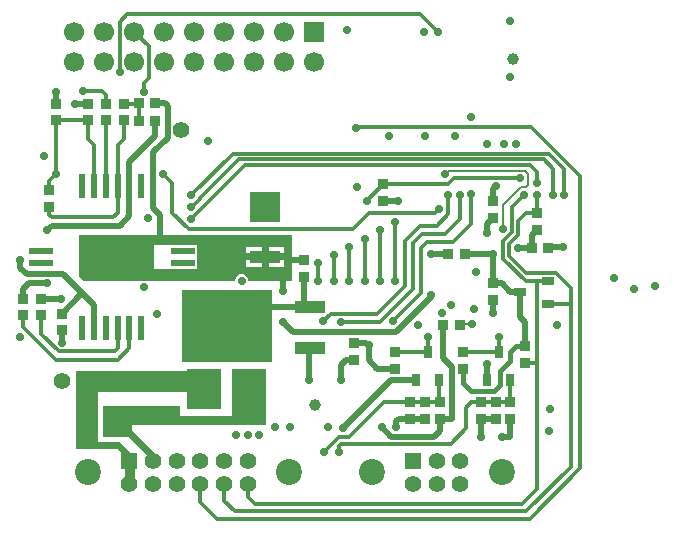
<source format=gbl>
G04 Layer_Physical_Order=4*
G04 Layer_Color=16711680*
%FSLAX44Y44*%
%MOMM*%
G71*
G01*
G75*
%ADD10R,0.7000X1.0000*%
%ADD21R,1.4000X1.6500*%
%ADD24R,0.8500X0.8500*%
%ADD30R,0.6000X2.0000*%
%ADD32R,0.8500X0.8500*%
%ADD33C,1.0000*%
%ADD34C,0.3000*%
%ADD35C,0.2000*%
%ADD36C,0.5000*%
%ADD37C,0.4000*%
%ADD38R,1.4000X1.4000*%
%ADD39C,1.4000*%
%ADD40C,2.2000*%
%ADD41C,1.7000*%
%ADD42R,1.7000X1.7000*%
%ADD43C,0.7000*%
%ADD47R,1.0000X0.7000*%
%ADD48R,2.0000X0.6000*%
%ADD49R,7.7000X6.1000*%
%ADD50R,2.9000X3.5000*%
%ADD51R,2.6000X1.1000*%
%ADD52R,2.6000X1.8000*%
G36*
X182500Y-62500D02*
X145608D01*
X145608Y-62500D01*
X145181Y-60354D01*
X143965Y-58535D01*
X142146Y-57319D01*
X140000Y-56892D01*
X137854Y-57319D01*
X136035Y-58535D01*
X134819Y-60354D01*
X134392Y-62500D01*
X134392Y-62500D01*
X58042D01*
X57500Y-62392D01*
X56958Y-62500D01*
X6500D01*
X2500Y-58500D01*
X2500Y-24000D01*
X182500D01*
X182500Y-62500D01*
D02*
G37*
G36*
X95000Y-157000D02*
X18000Y-157000D01*
X18000Y-199000D01*
X37000Y-199000D01*
X50000Y-212000D01*
X50000Y-235000D01*
X41000D01*
X41000Y-211000D01*
X35000Y-205000D01*
X31000D01*
X0Y-205000D01*
X-0Y-139000D01*
X95000Y-139000D01*
X95000Y-157000D01*
D02*
G37*
G36*
X88000Y-169000D02*
X88000Y-177000D01*
X125000Y-177000D01*
X132000D01*
Y-170000D01*
X161000D01*
X161000Y-185000D01*
X47000Y-185000D01*
X47000Y-189000D01*
X67500Y-209500D01*
X67500Y-215000D01*
X60000Y-215000D01*
X60000Y-210000D01*
X45000Y-195000D01*
X23000D01*
X23000Y-169000D01*
X88000Y-169000D01*
D02*
G37*
%LPC*%
G36*
X78000Y-32250D02*
X66000D01*
X66000Y-52750D01*
X78000Y-52750D01*
Y-52500D01*
X102000D01*
Y-42500D01*
Y-32500D01*
X78000D01*
Y-32250D01*
D02*
G37*
G36*
X157000Y-34000D02*
X144000D01*
Y-39500D01*
X157000D01*
Y-34000D01*
D02*
G37*
G36*
X176000D02*
X163000D01*
Y-39500D01*
X176000D01*
Y-34000D01*
D02*
G37*
G36*
X157000Y-45500D02*
X144000D01*
Y-51000D01*
X157000D01*
Y-45500D01*
D02*
G37*
G36*
X176000D02*
X163000D01*
Y-51000D01*
X176000D01*
Y-45500D01*
D02*
G37*
%LPD*%
D10*
X357500Y-123000D02*
D03*
X348000Y-147000D02*
D03*
X367000D02*
D03*
X307000D02*
D03*
X288000D02*
D03*
X297500Y-123000D02*
D03*
D21*
X31000Y-148000D02*
D03*
Y-178000D02*
D03*
D24*
X324500Y-100000D02*
D03*
X310500D02*
D03*
X53000Y87500D02*
D03*
X67000D02*
D03*
X67000Y72500D02*
D03*
X53000D02*
D03*
X385500Y-35000D02*
D03*
X399500D02*
D03*
X329000Y-40000D02*
D03*
X315000D02*
D03*
D30*
X5000Y17500D02*
D03*
X55000D02*
D03*
X45000D02*
D03*
X35000D02*
D03*
X25000D02*
D03*
X15000D02*
D03*
X5000Y-102500D02*
D03*
X15000D02*
D03*
X25000D02*
D03*
X35000D02*
D03*
X45000D02*
D03*
X55000D02*
D03*
D32*
X260000Y5000D02*
D03*
Y19000D02*
D03*
X327500Y-123000D02*
D03*
Y-137000D02*
D03*
X-23000Y14000D02*
D03*
Y0D02*
D03*
X-12500Y-90500D02*
D03*
Y-104500D02*
D03*
X235000Y-115500D02*
D03*
Y-129500D02*
D03*
X342500Y-179500D02*
D03*
Y-165500D02*
D03*
X282500Y-179500D02*
D03*
Y-165500D02*
D03*
X10000Y73000D02*
D03*
Y87000D02*
D03*
X25000Y73000D02*
D03*
Y87000D02*
D03*
X-30000Y-78000D02*
D03*
Y-92000D02*
D03*
X-45000Y-78000D02*
D03*
Y-92000D02*
D03*
X367500Y-165500D02*
D03*
Y-179500D02*
D03*
X355000Y-165500D02*
D03*
Y-179500D02*
D03*
X307500Y-165500D02*
D03*
Y-179500D02*
D03*
X295000Y-165500D02*
D03*
Y-179500D02*
D03*
X-17500Y87000D02*
D03*
Y73000D02*
D03*
X40000Y73000D02*
D03*
Y87000D02*
D03*
X270000Y-123000D02*
D03*
Y-137000D02*
D03*
X192501Y-59499D02*
D03*
Y-45499D02*
D03*
X380000Y-132000D02*
D03*
Y-118000D02*
D03*
X352500Y-9500D02*
D03*
Y4500D02*
D03*
X390000Y-5500D02*
D03*
Y-19500D02*
D03*
X353000Y-65000D02*
D03*
Y-79000D02*
D03*
D33*
X370000Y125000D02*
D03*
X202500Y-167500D02*
D03*
D34*
X222500Y-202500D02*
X224386Y-200614D01*
X390000Y-239000D02*
Y-63000D01*
X377000Y-252000D02*
X390000Y-239000D01*
X380000Y-132000D02*
X390000D01*
Y-63000D02*
X399500D01*
X380500D02*
X390000D01*
X142500Y35000D02*
X384000D01*
X137500Y40000D02*
X396000D01*
X132700Y45000D02*
X400000D01*
X97500Y-10000D02*
X142500Y35000D01*
X384000D02*
X390000Y29000D01*
X104500Y7000D02*
X137500Y40000D01*
X396000D02*
X404000Y32000D01*
X97500Y9800D02*
X132700Y45000D01*
X400000D02*
X413000Y32000D01*
X260500Y-165500D02*
X282500D01*
X231000Y-195000D02*
X260500Y-165500D01*
X222500Y-195000D02*
X231000D01*
X-17000Y-130000D02*
X35000D01*
X-45000Y-102000D02*
X-17000Y-130000D01*
X-45000Y-102000D02*
Y-92000D01*
X35000Y-130000D02*
X45000Y-120000D01*
X316886Y-200614D02*
X330000Y-187500D01*
X224386Y-200614D02*
X316886D01*
X292000Y-35000D02*
X297000Y-30000D01*
X292000Y-72999D02*
Y-35000D01*
X267999Y-97000D02*
X292000Y-72999D01*
X319000Y-30000D02*
X334444Y-14556D01*
X297000Y-30000D02*
X319000D01*
X312000Y-23000D02*
X325000Y-10000D01*
X293000Y-23000D02*
X312000D01*
X285000Y-31000D02*
X293000Y-23000D01*
X285000Y-70000D02*
Y-31000D01*
X315000Y-6000D02*
Y10000D01*
X305000Y-16000D02*
X315000Y-6000D01*
X291000Y-16000D02*
X305000D01*
X278000Y-29000D02*
X291000Y-16000D01*
X278000Y-67000D02*
Y-29000D01*
X257000Y-98000D02*
X285000Y-70000D01*
X254249Y-90751D02*
X278000Y-67000D01*
X325000Y-10000D02*
Y10000D01*
X334444Y-14556D02*
Y10500D01*
X215248Y-90751D02*
X254249D01*
X209000Y-97000D02*
X215248Y-90751D01*
X224000Y-98000D02*
X257000D01*
X267999Y-97000D02*
X268033D01*
X6000Y98000D02*
X22000D01*
X25000Y95000D01*
X104500Y6901D02*
Y7000D01*
X97599Y-0D02*
X104500Y6901D01*
X97500Y-0D02*
X97599D01*
X246000Y5000D02*
X260000Y19000D01*
X246000Y5000D02*
Y5000D01*
X205000Y-62999D02*
Y-50000D01*
X205000Y-63000D02*
X205000Y-62999D01*
X205000Y-63000D02*
X205000Y-63000D01*
X270000D02*
Y-13000D01*
X257000Y-63000D02*
Y-20000D01*
X244000Y-63000D02*
Y-27000D01*
X231000Y-63000D02*
Y-35000D01*
X218000Y-63000D02*
Y-41000D01*
X419000Y-220000D02*
Y-69000D01*
X402000Y-82000D02*
X418000D01*
X399500D02*
X402000D01*
X418000D02*
X418000Y-82000D01*
X409000Y-59000D02*
X419000Y-69000D01*
X406000Y-56000D02*
X409000Y-59000D01*
X381000Y-258000D02*
X419000Y-220000D01*
X384000Y-264000D02*
X426500Y-221500D01*
X119000Y-264000D02*
X384000D01*
X134000Y-258000D02*
X381000D01*
X151000Y-252000D02*
X377000D01*
X145000Y-246000D02*
X151000Y-252000D01*
X125000Y-249000D02*
X134000Y-258000D01*
X105000Y-250000D02*
X119000Y-264000D01*
X380500Y-5500D02*
X390000D01*
X374000Y-12000D02*
X380500Y-5500D01*
X374000Y-23763D02*
Y-12000D01*
X366500Y-31263D02*
X374000Y-23763D01*
X366500Y-41929D02*
Y-31263D01*
Y-41929D02*
X380571Y-56000D01*
X406000D01*
X426500Y-221500D02*
Y26000D01*
X314660Y19000D02*
X320160Y24500D01*
X375500D01*
X376000Y24000D01*
X237500Y67500D02*
X385000D01*
X334371Y10500D02*
X334444D01*
X260000Y19000D02*
X314660D01*
X390000Y20000D02*
Y29000D01*
X413000Y10000D02*
Y32000D01*
X404000Y10000D02*
Y32000D01*
X390000Y-5500D02*
Y10000D01*
X369500Y500D02*
X379000Y10000D01*
X378500D02*
X379000D01*
X49200Y148300D02*
X61700Y135800D01*
X357500Y-123000D02*
Y-110000D01*
X357500Y-110000D01*
X40000Y57500D02*
Y73000D01*
X35000Y52500D02*
X40000Y57500D01*
X369000Y-21692D02*
Y0D01*
X343500Y-165500D02*
X368500D01*
X95000Y-19000D02*
X234000D01*
X81000Y-5000D02*
X95000Y-19000D01*
X81000Y-5000D02*
Y20000D01*
X73500Y27500D02*
X81000Y20000D01*
X43000Y163000D02*
X291000D01*
X36700Y156700D02*
X43000Y163000D01*
X36700Y114000D02*
Y156700D01*
X291000Y163000D02*
X306000Y148000D01*
X35000Y-5000D02*
Y17500D01*
X31000Y-9000D02*
X35000Y-5000D01*
X-21000Y-9000D02*
X31000D01*
X-23000Y-7000D02*
X-21000Y-9000D01*
X-23000Y-7000D02*
Y0D01*
Y22000D02*
X-17500Y27500D01*
X-23000Y14000D02*
Y22000D01*
X35000Y17500D02*
Y52500D01*
X25000Y87000D02*
Y95000D01*
X53000Y72500D02*
Y87500D01*
X40000Y87000D02*
X52500D01*
X25000Y17500D02*
Y73000D01*
X10000Y57500D02*
Y73000D01*
Y57500D02*
X15000Y52500D01*
Y17500D02*
Y52500D01*
X-5000Y73000D02*
X10000D01*
X45000Y-120000D02*
Y-102500D01*
X-30000Y-107500D02*
Y-92000D01*
Y-107500D02*
X-15000Y-122500D01*
X35000Y-120000D02*
Y-102500D01*
X32500Y-122500D02*
X35000Y-120000D01*
X-15000Y-122500D02*
X32500D01*
X327500Y-123000D02*
X357500D01*
X270000D02*
X297500D01*
X367000Y-165000D02*
Y-147000D01*
X307500Y-165500D02*
X308500D01*
X283500D02*
X307500D01*
X307500Y-165500D01*
X307000Y-165000D02*
X307500Y-165500D01*
X307000Y-165000D02*
Y-147000D01*
X105000Y-250000D02*
Y-235000D01*
X125000Y-249000D02*
Y-235000D01*
X145000Y-246000D02*
Y-235000D01*
X297500Y-123000D02*
Y-110000D01*
X385000Y67500D02*
X426500Y26000D01*
X361500Y-29192D02*
X369000Y-21692D01*
X361500Y-44000D02*
X380500Y-63000D01*
X361500Y-44000D02*
Y-29192D01*
X210000Y-207500D02*
X222500Y-195000D01*
X334500Y-165500D02*
X342500D01*
X330000Y-170000D02*
X334500Y-165500D01*
X330000Y-187500D02*
Y-170000D01*
X222500Y-207500D02*
Y-202500D01*
X-17500Y27500D02*
Y73000D01*
X61700Y109200D02*
Y135800D01*
X57500Y105000D02*
X61700Y109200D01*
X57500Y97500D02*
Y105000D01*
X-5000Y73000D02*
X-5000Y73000D01*
X-17500Y73000D02*
X-5000D01*
X234000Y-19000D02*
X248000Y-5000D01*
X303999D01*
X306999Y-2000D01*
D35*
X312500Y27500D02*
X315500Y30500D01*
X379500D01*
X361000Y1192D02*
X376308Y16500D01*
X361000Y-19000D02*
Y1192D01*
X379500Y30500D02*
X382500Y27500D01*
X325500Y-99000D02*
X334999D01*
X324500Y-100000D02*
X325500Y-99000D01*
X382500Y18500D02*
Y27500D01*
X380500Y16500D02*
X382500Y18500D01*
X376308Y16500D02*
X380500D01*
D36*
X75500Y87500D02*
X77500Y85500D01*
Y58500D02*
Y85500D01*
X65000Y46000D02*
X77500Y58500D01*
X380000Y-118000D02*
Y-97500D01*
X375500Y-93000D02*
X380000Y-97500D01*
X225919Y-187114D02*
X266033Y-147000D01*
X270313Y-106000D02*
X300999Y-75314D01*
X300000Y-75000D02*
X300686D01*
X300999Y-75314D01*
X179000Y-45000D02*
X179499Y-45499D01*
X192501D01*
X4000Y-72000D02*
X15000Y-83000D01*
X-11000Y-57000D02*
X4000Y-72000D01*
Y-74000D02*
Y-72000D01*
X-12500Y-90500D02*
X4000Y-74000D01*
X15000Y-102500D02*
Y-83000D01*
X-42000Y-57000D02*
X-11000D01*
X266033Y-147000D02*
X288000D01*
X-47500Y-51500D02*
X-42000Y-57000D01*
X-47500Y-51500D02*
Y-45000D01*
X302886Y-194614D02*
X307500Y-190000D01*
X258419Y-186614D02*
X266419Y-194614D01*
X302886D01*
X175000Y-97500D02*
X183500Y-106000D01*
X270313D01*
X374000Y-35000D02*
X385500D01*
X353000Y-65000D02*
X360000D01*
X367500Y-72500D01*
X353000Y-90000D02*
Y-79000D01*
X329000Y-40000D02*
X353000D01*
Y-65000D02*
Y-40000D01*
X300000D02*
X315000D01*
X352500Y15000D02*
X355000Y17500D01*
X400500Y-34000D02*
X411999D01*
X399500Y-35000D02*
X400500Y-34000D01*
X260000Y5000D02*
X272500D01*
X45000Y38000D02*
X67000Y60000D01*
X45000Y17500D02*
Y38000D01*
X67000Y60000D02*
Y72500D01*
X367500Y-195000D02*
Y-179500D01*
X360000Y-195000D02*
X367500D01*
X67000Y87500D02*
X75500D01*
X71000Y-27000D02*
Y-7000D01*
X65000Y-1000D02*
X71000Y-7000D01*
X65000Y-1000D02*
Y46000D01*
X143250Y-85000D02*
X197500D01*
X192501Y-84499D02*
Y-59499D01*
X175000Y-71500D02*
Y-60000D01*
X-25000Y-20000D02*
X-21000Y-16000D01*
X37000D01*
X45000Y-8000D01*
Y17500D01*
X-1000Y87000D02*
X10000D01*
X-12500Y-115000D02*
Y-107000D01*
X-40000Y-65000D02*
X-25000D01*
X-45000Y-70000D02*
X-40000Y-65000D01*
X-45000Y-78000D02*
Y-70000D01*
X367500Y-72500D02*
X375500D01*
X270919Y-186614D02*
Y-181581D01*
X273000Y-179500D01*
X348000Y-147000D02*
Y-133000D01*
X307500Y-190000D02*
Y-179500D01*
X247500Y-130000D02*
Y-117500D01*
Y-130000D02*
X254500Y-137000D01*
X270000D01*
X375500Y-93000D02*
Y-72500D01*
X283500Y-179500D02*
X296000D01*
X273000Y-179500D02*
X282500D01*
X318000Y-179500D02*
Y-135500D01*
X310500Y-128000D02*
X318000Y-135500D01*
X127500Y-100750D02*
X143250Y-85000D01*
X343500Y-179500D02*
X356000D01*
X342500Y-195000D02*
Y-179500D01*
X307500Y-179500D02*
X318000D01*
X310500Y-128000D02*
Y-100000D01*
X347499Y-22501D02*
Y-14501D01*
X352500Y-9500D01*
X245500Y-115500D02*
X247500Y-117500D01*
X235000Y-115500D02*
X245500D01*
X-17500Y87000D02*
Y95000D01*
X352500Y4500D02*
Y15000D01*
X385500Y-35000D02*
Y-24000D01*
X390000Y-19500D01*
X343500Y-179500D02*
X343500Y-179500D01*
X228000Y-129500D02*
X235000D01*
X223838Y-133662D02*
X228000Y-129500D01*
X223838Y-147000D02*
Y-133662D01*
X-30000Y-78000D02*
X-13000D01*
X197000Y-147000D02*
Y-120500D01*
D37*
X372500Y-118000D02*
X380000D01*
X367500Y-123000D02*
X372500Y-118000D01*
X367500Y-130500D02*
Y-123000D01*
X359000Y-139000D02*
X367500Y-130500D01*
X359000Y-151000D02*
Y-139000D01*
X334000Y-156000D02*
X354000D01*
X359000Y-151000D01*
X327500Y-149500D02*
X334000Y-156000D01*
X327500Y-149500D02*
Y-137000D01*
D38*
X45000Y-215000D02*
D03*
X285000D02*
D03*
D39*
X125000Y-235000D02*
D03*
X145000Y-215000D02*
D03*
Y-235000D02*
D03*
X45000D02*
D03*
X65000Y-215000D02*
D03*
Y-235000D02*
D03*
X85000Y-215000D02*
D03*
Y-235000D02*
D03*
X105000Y-215000D02*
D03*
Y-235000D02*
D03*
X125000Y-215000D02*
D03*
X285000Y-235000D02*
D03*
X305000Y-215000D02*
D03*
Y-235000D02*
D03*
X325000Y-215000D02*
D03*
Y-235000D02*
D03*
X-12500Y-147500D02*
D03*
X89000Y65000D02*
D03*
D40*
X10000Y-225000D02*
D03*
X180000D02*
D03*
X250000D02*
D03*
X360000D02*
D03*
D41*
X-1600Y122900D02*
D03*
Y148300D02*
D03*
X150800Y122900D02*
D03*
X176200Y148300D02*
D03*
Y122900D02*
D03*
X201600D02*
D03*
X125400D02*
D03*
X100000D02*
D03*
X125400Y148300D02*
D03*
X150800D02*
D03*
X100000D02*
D03*
X23800D02*
D03*
X74600D02*
D03*
X49200D02*
D03*
X23800Y122900D02*
D03*
X49200D02*
D03*
X74600D02*
D03*
D42*
X201600Y148300D02*
D03*
D43*
X225919Y-187114D02*
D03*
X213419Y-186614D02*
D03*
X312500Y27500D02*
D03*
X289000Y-100000D02*
D03*
X310000Y-90000D02*
D03*
X317500Y-82886D02*
D03*
X300000Y-75000D02*
D03*
X338000Y-55000D02*
D03*
X337000Y-87000D02*
D03*
X306999Y-2000D02*
D03*
X209000Y-97000D02*
D03*
X224000Y-98000D02*
D03*
X267999Y-97000D02*
D03*
X6000Y98000D02*
D03*
X151000Y9000D02*
D03*
X160000D02*
D03*
X169000D02*
D03*
X246000Y5000D02*
D03*
X238000Y17000D02*
D03*
X111600Y55400D02*
D03*
X205000Y-48000D02*
D03*
X270000Y-63000D02*
D03*
X257000D02*
D03*
X244000D02*
D03*
X231000D02*
D03*
X218000D02*
D03*
X205000D02*
D03*
X270000Y-13000D02*
D03*
X257000Y-20000D02*
D03*
X244000Y-27000D02*
D03*
X231000Y-34000D02*
D03*
X401157Y-171343D02*
D03*
X361000Y-19000D02*
D03*
X374000Y-35000D02*
D03*
X334999Y-99000D02*
D03*
X353000Y-90000D02*
D03*
Y-40000D02*
D03*
X348000Y53000D02*
D03*
X355000Y17500D02*
D03*
X334444Y10500D02*
D03*
X376000Y24000D02*
D03*
X390000Y20000D02*
D03*
X325000Y10000D02*
D03*
X315000D02*
D03*
X300000Y-40000D02*
D03*
X218000Y-41000D02*
D03*
X362114Y53000D02*
D03*
X411999Y-34000D02*
D03*
X372000Y53000D02*
D03*
X404000Y10000D02*
D03*
X390000Y10000D02*
D03*
X379000D02*
D03*
X413000Y10000D02*
D03*
X18000Y-54000D02*
D03*
Y-43000D02*
D03*
Y-32000D02*
D03*
X145000Y-193000D02*
D03*
X155000D02*
D03*
X135000D02*
D03*
X15000Y-143000D02*
D03*
X400000Y-190000D02*
D03*
X357500Y-110000D02*
D03*
X57500Y-68000D02*
D03*
X455000Y-60000D02*
D03*
X490000Y-67500D02*
D03*
X360000Y-195000D02*
D03*
X152500Y-95000D02*
D03*
X135000D02*
D03*
X117500D02*
D03*
X100000D02*
D03*
Y-77500D02*
D03*
X117500D02*
D03*
X152500D02*
D03*
X135000D02*
D03*
X73500Y27500D02*
D03*
X60500Y-9500D02*
D03*
X-1000Y87000D02*
D03*
X8000Y-32000D02*
D03*
Y-43000D02*
D03*
X-25000Y-20000D02*
D03*
X-47500Y-45000D02*
D03*
X-12500Y-115000D02*
D03*
X-25000Y-65000D02*
D03*
X140000Y-62500D02*
D03*
X-27000Y43000D02*
D03*
X68000Y-91000D02*
D03*
X-47500Y-110000D02*
D03*
X270919Y-186614D02*
D03*
X348000Y-133000D02*
D03*
X272500Y5000D02*
D03*
X297500Y-110000D02*
D03*
X342500Y-195000D02*
D03*
X265000Y60000D02*
D03*
X36700Y114000D02*
D03*
X306000Y148000D02*
D03*
X321000Y60000D02*
D03*
X347499Y-22501D02*
D03*
X222500Y-207500D02*
D03*
X210000D02*
D03*
X407000Y-100500D02*
D03*
X258419Y-186614D02*
D03*
X247500Y-117500D02*
D03*
X-17500Y27500D02*
D03*
X57500Y97500D02*
D03*
X334000Y76000D02*
D03*
X-17500Y97500D02*
D03*
X97500Y9800D02*
D03*
X97500Y-0D02*
D03*
X472500Y-70000D02*
D03*
X223838Y-147000D02*
D03*
X197000D02*
D03*
X295000Y60000D02*
D03*
X367114Y109614D02*
D03*
X180919Y-186614D02*
D03*
X168419Y-186614D02*
D03*
X367114Y157114D02*
D03*
X175000Y-97500D02*
D03*
X237000Y67000D02*
D03*
X97500Y-10000D02*
D03*
X175000Y-71500D02*
D03*
X-13000Y-78000D02*
D03*
X8000Y-54000D02*
D03*
X229000Y150000D02*
D03*
X294000Y148000D02*
D03*
X117500Y-112500D02*
D03*
X100000D02*
D03*
D47*
X399500Y-63000D02*
D03*
Y-82000D02*
D03*
X375500Y-72500D02*
D03*
D48*
X90000Y-47500D02*
D03*
Y-37500D02*
D03*
X-30000Y-47500D02*
D03*
Y-37500D02*
D03*
D49*
X127500Y-100750D02*
D03*
D50*
X108450Y-154250D02*
D03*
X146550D02*
D03*
D51*
X63000Y-179500D02*
D03*
Y-144500D02*
D03*
X160000Y-42500D02*
D03*
Y-7500D02*
D03*
X197500Y-85000D02*
D03*
Y-120000D02*
D03*
D52*
X160000Y4000D02*
D03*
M02*

</source>
